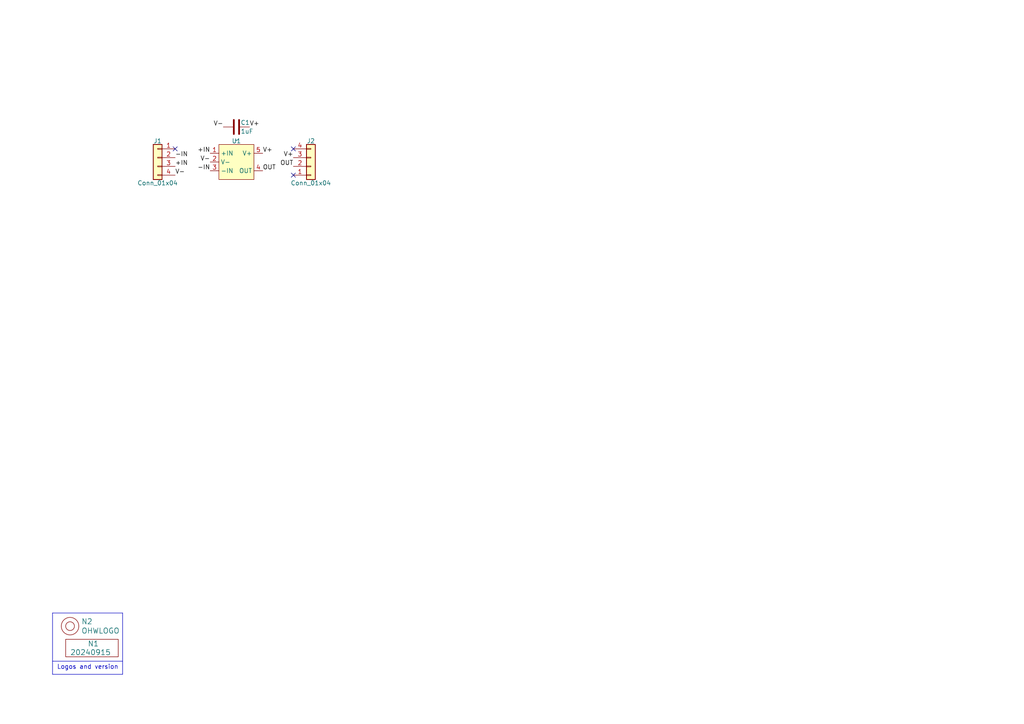
<source format=kicad_sch>
(kicad_sch (version 20231120) (generator "eeschema") (generator_version "8.0")
  (paper "A4")
  (lib_symbols
    (symbol "Connector_Generic:Conn_01x04" (pin_names (offset 1.016) hide)
      (property "Reference" "J" (at 0 5.08 0))
      (property "Value" "Conn_01x04" (at 0 -7.62 0))
      (symbol "Conn_01x04_1_1"
        (rectangle (start -1.27 -4.953) (end 0 -5.207) (stroke (width 0.1524)))
        (rectangle (start -1.27 -2.413) (end 0 -2.667) (stroke (width 0.1524)))
        (rectangle (start -1.27 0.127) (end 0 -0.127) (stroke (width 0.1524)))
        (rectangle (start -1.27 2.667) (end 0 2.413) (stroke (width 0.1524)))
        (rectangle (start -1.27 3.81) (end 1.27 -6.35) (stroke (width 0.254)) (fill (type background)))
        (pin passive line (at -5.08 2.54 0) (length 3.81) (name "Pin_1") (number "1"))
        (pin passive line (at -5.08 0 0) (length 3.81) (name "Pin_2") (number "2"))
        (pin passive line (at -5.08 -2.54 0) (length 3.81) (name "Pin_3") (number "3"))
        (pin passive line (at -5.08 -5.08 0) (length 3.81) (name "Pin_4") (number "4"))
      )
    )
    (symbol "Device:C" (pin_numbers hide) (pin_names (offset 0.254))
      (property "Reference" "C" (at 0.635 2.54 0))
      (property "Value" "C" (at 0.635 -2.54 0))
      (symbol "C_0_1"
        (polyline (pts (xy -2.032 -0.762) (xy 2.032 -0.762)) (stroke (width 0.508)))
        (polyline (pts (xy -2.032 0.762) (xy 2.032 0.762)) (stroke (width 0.508)))
      )
      (symbol "C_1_1"
        (pin passive line (at 0 3.81 270) (length 2.794) (name "~") (number "1"))
        (pin passive line (at 0 -3.81 90) (length 2.794) (name "~") (number "2"))
      )
    )
    (symbol "SquantorGenericAnalog:opamp_single_SOT23-5"
      (property "Reference" "U" (at 0 6.35 0))
      (symbol "opamp_single_SOT23-5_1_1"
        (rectangle (start -5.08 5.08) (end 5.08 -5.08) (fill (type background)))
        (pin input line (at -7.62 2.54 0) (length 2.54) (name "+IN") (number "1"))
        (pin power_in line (at -7.62 0 0) (length 2.54) (name "V-") (number "2"))
        (pin input line (at -7.62 -2.54 0) (length 2.54) (name "-IN") (number "3"))
        (pin output line (at 7.62 -2.54 180) (length 2.54) (name "OUT") (number "4"))
        (pin power_in line (at 7.62 2.54 180) (length 2.54) (name "V+") (number "5"))
      )
    )
    (symbol "SquantorLabels:OHWLOGO" (pin_names (offset 1.016))
      (property "Reference" "N" (at 0 3.81 0))
      (property "Value" "OHWLOGO" (at 0 -3.81 0))
      (symbol "OHWLOGO_0_1"
        (circle (center 0 0) (radius 1.27))
        (circle (center 0 0) (radius 2.54))
      )
    )
    (symbol "SquantorLabels:VYYYYMMDD" (pin_names (offset 1.016))
      (property "Reference" "N" (at 0 2.54 0))
      (property "Value" "VYYYYMMDD" (at 0 0 0))
      (symbol "VYYYYMMDD_0_1"
        (rectangle (start 7.62 -1.27) (end -7.62 3.81))
      )
    )
  )
  (no_connect (at 85.09 50.8))
  (no_connect (at 85.09 43.18))
  (no_connect (at 50.8 43.18))
  (polyline (pts (xy 15.24 177.8) (xy 15.24 195.58)))
  (polyline (pts (xy 35.56 177.8) (xy 15.24 177.8)))
  (polyline (pts (xy 35.56 195.58) (xy 35.56 177.8)))
  (polyline (pts (xy 15.24 195.58) (xy 35.56 195.58)))
  (polyline (pts (xy 15.24 191.77) (xy 35.56 191.77)))
  (text "Logos and version" (at 16.51 194.31 0) (effects (font (size 1.27 1.27)) (justify left bottom)))
  (label "OUT" (at 76.2 49.53 0))
  (label "V-" (at 64.77 36.83 180))
  (label "+IN" (at 50.8 48.26 0))
  (label "V+" (at 72.39 36.83 0))
  (label "OUT" (at 85.09 48.26 180))
  (label "V+" (at 85.09 45.72 180))
  (label "V-" (at 50.8 50.8 0))
  (label "V-" (at 60.96 46.99 180))
  (label "V+" (at 76.2 44.45 0))
  (label "-IN" (at 60.96 49.53 180))
  (label "+IN" (at 60.96 44.45 180))
  (label "-IN" (at 50.8 45.72 0))
  (symbol (lib_id "SquantorLabels:VYYYYMMDD") (at 26.67 189.23 0) (unit 1)
    (property "Reference" "N1" (at 25.4 186.69 0) (effects (font (size 1.524 1.524)) (justify left)))
    (property "Value" "20240915" (at 20.32 189.23 0) (effects (font (size 1.524 1.524)) (justify left)))
    (property "Footprint" "SquantorLabels:Label_Generic" (effects (hide yes)))
  )
  (symbol (lib_id "SquantorLabels:OHWLOGO") (at 20.32 181.61 0) (unit 1)
    (property "Reference" "N2" (at 23.5712 180.2638 0) (effects (font (size 1.524 1.524)) (justify left)))
    (property "Value" "OHWLOGO" (at 23.5712 182.9562 0) (effects (font (size 1.524 1.524)) (justify left)))
    (property "Footprint" "Symbol:OSHW-Symbol_6.7x6mm_SilkScreen" (effects (hide yes)))
  )
  (symbol (lib_id "SquantorGenericAnalog:opamp_single_SOT23-5") (at 68.58 46.99 0) (unit 1)
    (property "Reference" "U1" (at 68.58 40.894 0))
    (property "Value" "~" (at 68.58 40.64 0))
    (property "Footprint" "SquantorIC:SOT23-5-Microchip-OT" (effects (hide yes)))
  )
  (symbol (lib_id "Connector_Generic:Conn_01x04") (at 90.17 48.26 0) (mirror x) (unit 1)
    (property "Reference" "J2" (at 90.17 40.894 0))
    (property "Value" "Conn_01x04" (at 90.17 53.086 0))
    (property "Footprint" "SquantorConnectors:Header-0254-1X04-H010" (effects (hide yes)))
    (property "Description" "Generic connector, single row, 01x04, script generated (kicad-library-utils/schlib/autogen/connector/)" (effects (hide yes)))
  )
  (symbol (lib_id "Connector_Generic:Conn_01x04") (at 45.72 45.72 0) (mirror y) (unit 1)
    (property "Reference" "J1" (at 45.72 40.894 0))
    (property "Value" "Conn_01x04" (at 45.72 53.086 0))
    (property "Footprint" "SquantorConnectors:Header-0254-1X04-H010" (effects (hide yes)))
    (property "Description" "Generic connector, single row, 01x04, script generated (kicad-library-utils/schlib/autogen/connector/)" (effects (hide yes)))
  )
  (symbol (lib_id "Device:C") (at 68.58 36.83 90) (unit 1)
    (property "Reference" "C1" (at 71.12 35.56 90))
    (property "Value" "1uF" (at 71.628 38.1 90))
    (property "Footprint" "SquantorCapacitor:C_0805+0603" (effects (hide yes)))
    (property "Description" "Unpolarized capacitor" (effects (hide yes)))
  )
)
</source>
